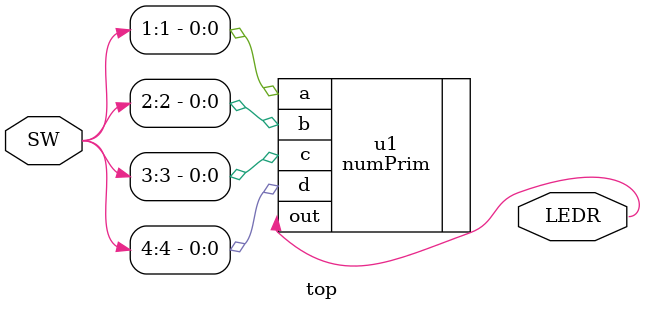
<source format=v>
module top(
    input  [4:1] SW,
    output [0:0]LEDR
);

    numPrim u1 (.a(SW[1]),.b(SW[2]), .c(SW[3]), .d(SW[4]),.out(LEDR[0]));

endmodule
</source>
